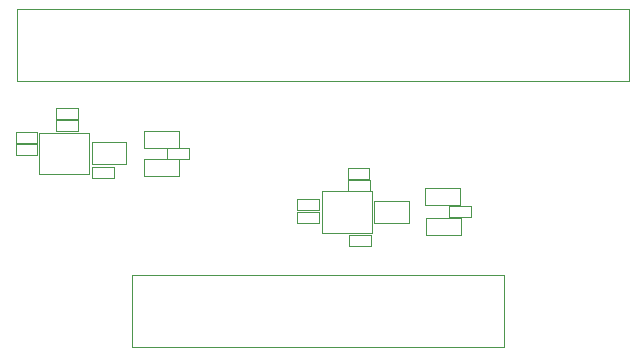
<source format=gbr>
%TF.GenerationSoftware,KiCad,Pcbnew,8.0.3*%
%TF.CreationDate,2024-07-11T02:23:34+02:00*%
%TF.ProjectId,HatV5,48617456-352e-46b6-9963-61645f706362,V2*%
%TF.SameCoordinates,Original*%
%TF.FileFunction,Other,User*%
%FSLAX46Y46*%
G04 Gerber Fmt 4.6, Leading zero omitted, Abs format (unit mm)*
G04 Created by KiCad (PCBNEW 8.0.3) date 2024-07-11 02:23:34*
%MOMM*%
%LPD*%
G01*
G04 APERTURE LIST*
%ADD10C,0.050000*%
G04 APERTURE END LIST*
D10*
%TO.C,J5*%
X113722400Y-87319400D02*
X165522400Y-87319400D01*
X113722400Y-93419400D02*
X113722400Y-87319400D01*
X165522400Y-87319400D02*
X165522400Y-93419400D01*
X165522400Y-93419400D02*
X113722400Y-93419400D01*
%TO.C,C2*%
X117050778Y-96750822D02*
X118870778Y-96750822D01*
X117050778Y-97670822D02*
X117050778Y-96750822D01*
X118870778Y-96750822D02*
X118870778Y-97670822D01*
X118870778Y-97670822D02*
X117050778Y-97670822D01*
%TO.C,J6*%
X123442400Y-109859400D02*
X154942400Y-109859400D01*
X123442400Y-115959400D02*
X123442400Y-109859400D01*
X154942400Y-109859400D02*
X154942400Y-115959400D01*
X154942400Y-115959400D02*
X123442400Y-115959400D01*
%TO.C,C8*%
X137446978Y-104523222D02*
X139266978Y-104523222D01*
X137446978Y-105443222D02*
X137446978Y-104523222D01*
X139266978Y-104523222D02*
X139266978Y-105443222D01*
X139266978Y-105443222D02*
X137446978Y-105443222D01*
%TO.C,C5*%
X126448778Y-99084000D02*
X128268778Y-99084000D01*
X126448778Y-100004000D02*
X126448778Y-99084000D01*
X128268778Y-99084000D02*
X128268778Y-100004000D01*
X128268778Y-100004000D02*
X126448778Y-100004000D01*
%TO.C,C7*%
X141787778Y-101830822D02*
X143607778Y-101830822D01*
X141787778Y-102750822D02*
X141787778Y-101830822D01*
X143607778Y-101830822D02*
X143607778Y-102750822D01*
X143607778Y-102750822D02*
X141787778Y-102750822D01*
%TO.C,FL1*%
X120065400Y-98604000D02*
X120065400Y-100484000D01*
X123005400Y-98604000D02*
X120065400Y-98604000D01*
X123005400Y-98604000D02*
X123005400Y-100484000D01*
X123005400Y-100484000D02*
X120065400Y-100484000D01*
%TO.C,R6*%
X148320053Y-102490757D02*
X151280053Y-102490757D01*
X148320053Y-103950757D02*
X148320053Y-102490757D01*
X151280053Y-102490757D02*
X151280053Y-103950757D01*
X151280053Y-103950757D02*
X148320053Y-103950757D01*
%TO.C,R1*%
X120058600Y-100699600D02*
X121918600Y-100699600D01*
X120058600Y-101639600D02*
X120058600Y-100699600D01*
X121918600Y-100699600D02*
X121918600Y-101639600D01*
X121918600Y-101639600D02*
X120058600Y-101639600D01*
%TO.C,C6*%
X141759778Y-100814822D02*
X143579778Y-100814822D01*
X141759778Y-101734822D02*
X141759778Y-100814822D01*
X143579778Y-100814822D02*
X143579778Y-101734822D01*
X143579778Y-101734822D02*
X141759778Y-101734822D01*
%TO.C,U1*%
X115591800Y-97835000D02*
X115591800Y-101335000D01*
X115591800Y-101335000D02*
X119831800Y-101335000D01*
X119831800Y-97835000D02*
X115591800Y-97835000D01*
X119831800Y-101335000D02*
X119831800Y-97835000D01*
%TO.C,R5*%
X148357778Y-104989822D02*
X151317778Y-104989822D01*
X148357778Y-106449822D02*
X148357778Y-104989822D01*
X151317778Y-104989822D02*
X151317778Y-106449822D01*
X151317778Y-106449822D02*
X148357778Y-106449822D01*
%TO.C,C3*%
X113624378Y-97741422D02*
X115444378Y-97741422D01*
X113624378Y-98661422D02*
X113624378Y-97741422D01*
X115444378Y-97741422D02*
X115444378Y-98661422D01*
X115444378Y-98661422D02*
X113624378Y-98661422D01*
%TO.C,R2*%
X124530156Y-100036822D02*
X127490156Y-100036822D01*
X124530156Y-101496822D02*
X124530156Y-100036822D01*
X127490156Y-100036822D02*
X127490156Y-101496822D01*
X127490156Y-101496822D02*
X124530156Y-101496822D01*
%TO.C,R3*%
X124530156Y-97623822D02*
X127490156Y-97623822D01*
X124530156Y-99083822D02*
X124530156Y-97623822D01*
X127490156Y-97623822D02*
X127490156Y-99083822D01*
X127490156Y-99083822D02*
X124530156Y-99083822D01*
%TO.C,C4*%
X113624378Y-98757422D02*
X115444378Y-98757422D01*
X113624378Y-99677422D02*
X113624378Y-98757422D01*
X115444378Y-98757422D02*
X115444378Y-99677422D01*
X115444378Y-99677422D02*
X113624378Y-99677422D01*
%TO.C,C10*%
X150324778Y-104010200D02*
X152144778Y-104010200D01*
X150324778Y-104930200D02*
X150324778Y-104010200D01*
X152144778Y-104010200D02*
X152144778Y-104930200D01*
X152144778Y-104930200D02*
X150324778Y-104930200D01*
%TO.C,C9*%
X137446978Y-103380222D02*
X139266978Y-103380222D01*
X137446978Y-104300222D02*
X137446978Y-103380222D01*
X139266978Y-103380222D02*
X139266978Y-104300222D01*
X139266978Y-104300222D02*
X137446978Y-104300222D01*
%TO.C,R4*%
X141821178Y-106443622D02*
X143681178Y-106443622D01*
X141821178Y-107383622D02*
X141821178Y-106443622D01*
X143681178Y-106443622D02*
X143681178Y-107383622D01*
X143681178Y-107383622D02*
X141821178Y-107383622D01*
%TO.C,C1*%
X117050778Y-95734822D02*
X118870778Y-95734822D01*
X117050778Y-96654822D02*
X117050778Y-95734822D01*
X118870778Y-95734822D02*
X118870778Y-96654822D01*
X118870778Y-96654822D02*
X117050778Y-96654822D01*
%TO.C,FL2*%
X143950400Y-103571600D02*
X143950400Y-105451600D01*
X146890400Y-103571600D02*
X143950400Y-103571600D01*
X146890400Y-103571600D02*
X146890400Y-105451600D01*
X146890400Y-105451600D02*
X143950400Y-105451600D01*
%TO.C,U3*%
X139525400Y-102761200D02*
X139525400Y-106261200D01*
X139525400Y-106261200D02*
X143765400Y-106261200D01*
X143765400Y-102761200D02*
X139525400Y-102761200D01*
X143765400Y-106261200D02*
X143765400Y-102761200D01*
%TD*%
M02*

</source>
